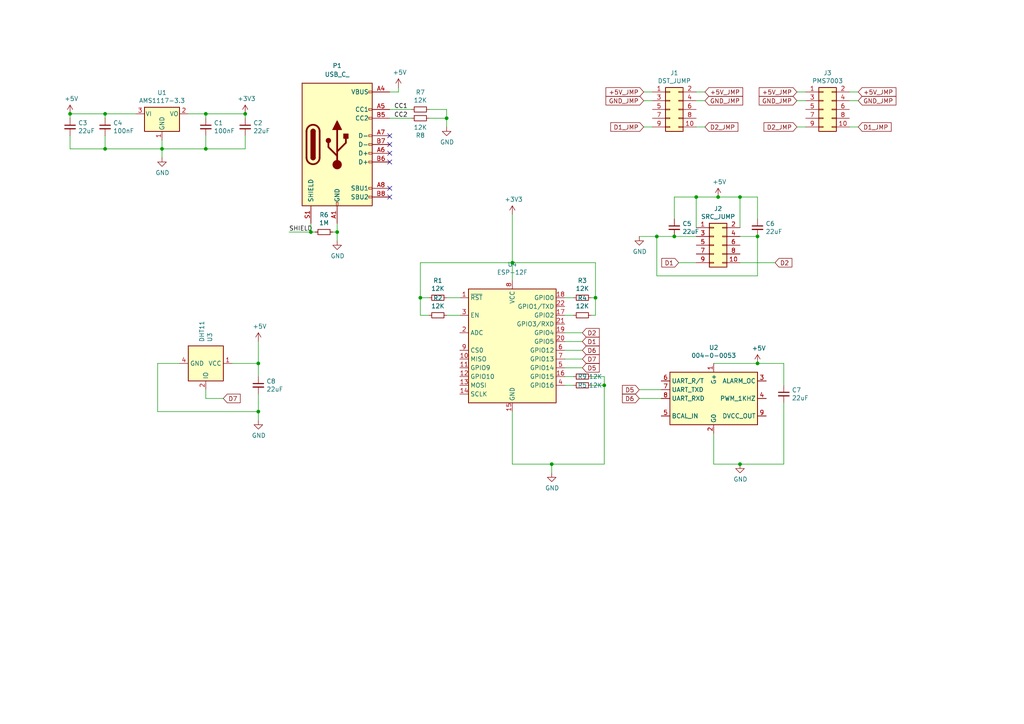
<source format=kicad_sch>
(kicad_sch (version 20211123) (generator eeschema)
  (paper "A4")
  (lib_symbols
    (symbol "Connector:USB_C_Receptacle_USB2.0" (pin_names (offset 1.016))
      (property "Reference" "J" (at -10.16 19.05 0))
      (property "Value" "USB_C_Receptacle_USB2.0" (at 19.05 19.05 0))
      (symbol "USB_C_Receptacle_USB2.0_0_0"
        (rectangle (start -0.254 -17.78) (end 0.254 -16.764))
        (rectangle (start 10.16 -14.986) (end 9.144 -15.494))
        (rectangle (start 10.16 -12.446) (end 9.144 -12.954))
        (rectangle (start 10.16 -4.826) (end 9.144 -5.334))
        (rectangle (start 10.16 -2.286) (end 9.144 -2.794))
        (rectangle (start 10.16 0.254) (end 9.144 -0.254))
        (rectangle (start 10.16 2.794) (end 9.144 2.286))
        (rectangle (start 10.16 7.874) (end 9.144 7.366))
        (rectangle (start 10.16 10.414) (end 9.144 9.906))
        (rectangle (start 10.16 15.494) (end 9.144 14.986))
      )
      (symbol "USB_C_Receptacle_USB2.0_0_1"
        (rectangle (start -10.16 17.78) (end 10.16 -17.78) (stroke (width 0.254)) (fill (type background)))
        (arc (start -8.89 -3.81) (mid -6.985 -5.715) (end -5.08 -3.81) (stroke (width 0.508)))
        (arc (start -7.62 -3.81) (mid -6.985 -4.445) (end -6.35 -3.81) (stroke (width 0.254)))
        (arc (start -7.62 -3.81) (mid -6.985 -4.445) (end -6.35 -3.81) (stroke (width 0.254)) (fill (type outline)))
        (rectangle (start -7.62 -3.81) (end -6.35 3.81) (stroke (width 0.254)) (fill (type outline)))
        (arc (start -6.35 3.81) (mid -6.985 4.445) (end -7.62 3.81) (stroke (width 0.254)))
        (arc (start -6.35 3.81) (mid -6.985 4.445) (end -7.62 3.81) (stroke (width 0.254)) (fill (type outline)))
        (arc (start -5.08 3.81) (mid -6.985 5.715) (end -8.89 3.81) (stroke (width 0.508)))
        (circle (center -2.54 1.143) (radius 0.635) (stroke (width 0.254)) (fill (type outline)))
        (circle (center 0 -5.842) (radius 1.27) (fill (type outline)))
        (polyline (pts (xy -8.89 -3.81) (xy -8.89 3.81)) (stroke (width 0.508)))
        (polyline (pts (xy -5.08 3.81) (xy -5.08 -3.81)) (stroke (width 0.508)))
        (polyline (pts (xy 0 -5.842) (xy 0 4.318)) (stroke (width 0.508)))
        (polyline (pts (xy 0 -3.302) (xy -2.54 -0.762) (xy -2.54 0.508)) (stroke (width 0.508)))
        (polyline (pts (xy 0 -2.032) (xy 2.54 0.508) (xy 2.54 1.778)) (stroke (width 0.508)))
        (polyline (pts (xy -1.27 4.318) (xy 0 6.858) (xy 1.27 4.318) (xy -1.27 4.318)) (stroke (width 0.254)) (fill (type outline)))
        (rectangle (start 1.905 1.778) (end 3.175 3.048) (stroke (width 0.254)) (fill (type outline)))
      )
      (symbol "USB_C_Receptacle_USB2.0_1_1"
        (pin passive line (at 0 -22.86 90) (length 5.08) (name "GND") (number "A1"))
        (pin passive line (at 0 -22.86 90) (length 5.08) hide (name "GND") (number "A12"))
        (pin passive line (at 15.24 15.24 180) (length 5.08) (name "VBUS") (number "A4"))
        (pin bidirectional line (at 15.24 10.16 180) (length 5.08) (name "CC1") (number "A5"))
        (pin bidirectional line (at 15.24 -2.54 180) (length 5.08) (name "D+") (number "A6"))
        (pin bidirectional line (at 15.24 2.54 180) (length 5.08) (name "D-") (number "A7"))
        (pin bidirectional line (at 15.24 -12.7 180) (length 5.08) (name "SBU1") (number "A8"))
        (pin passive line (at 15.24 15.24 180) (length 5.08) hide (name "VBUS") (number "A9"))
        (pin passive line (at 0 -22.86 90) (length 5.08) hide (name "GND") (number "B1"))
        (pin passive line (at 0 -22.86 90) (length 5.08) hide (name "GND") (number "B12"))
        (pin passive line (at 15.24 15.24 180) (length 5.08) hide (name "VBUS") (number "B4"))
        (pin bidirectional line (at 15.24 7.62 180) (length 5.08) (name "CC2") (number "B5"))
        (pin bidirectional line (at 15.24 -5.08 180) (length 5.08) (name "D+") (number "B6"))
        (pin bidirectional line (at 15.24 0 180) (length 5.08) (name "D-") (number "B7"))
        (pin bidirectional line (at 15.24 -15.24 180) (length 5.08) (name "SBU2") (number "B8"))
        (pin passive line (at 15.24 15.24 180) (length 5.08) hide (name "VBUS") (number "B9"))
        (pin passive line (at -7.62 -22.86 90) (length 5.08) (name "SHIELD") (number "S1"))
      )
    )
    (symbol "Connector_Generic:Conn_02x05_Odd_Even" (pin_names (offset 1.016) hide)
      (property "Reference" "J" (at 1.27 7.62 0))
      (property "Value" "Conn_02x05_Odd_Even" (at 1.27 -7.62 0))
      (symbol "Conn_02x05_Odd_Even_1_1"
        (rectangle (start -1.27 -4.953) (end 0 -5.207) (stroke (width 0.1524)))
        (rectangle (start -1.27 -2.413) (end 0 -2.667) (stroke (width 0.1524)))
        (rectangle (start -1.27 0.127) (end 0 -0.127) (stroke (width 0.1524)))
        (rectangle (start -1.27 2.667) (end 0 2.413) (stroke (width 0.1524)))
        (rectangle (start -1.27 5.207) (end 0 4.953) (stroke (width 0.1524)))
        (rectangle (start -1.27 6.35) (end 3.81 -6.35) (stroke (width 0.254)) (fill (type background)))
        (rectangle (start 3.81 -4.953) (end 2.54 -5.207) (stroke (width 0.1524)))
        (rectangle (start 3.81 -2.413) (end 2.54 -2.667) (stroke (width 0.1524)))
        (rectangle (start 3.81 0.127) (end 2.54 -0.127) (stroke (width 0.1524)))
        (rectangle (start 3.81 2.667) (end 2.54 2.413) (stroke (width 0.1524)))
        (rectangle (start 3.81 5.207) (end 2.54 4.953) (stroke (width 0.1524)))
        (pin passive line (at -5.08 5.08 0) (length 3.81) (name "Pin_1") (number "1"))
        (pin passive line (at 7.62 -5.08 180) (length 3.81) (name "Pin_10") (number "10"))
        (pin passive line (at 7.62 5.08 180) (length 3.81) (name "Pin_2") (number "2"))
        (pin passive line (at -5.08 2.54 0) (length 3.81) (name "Pin_3") (number "3"))
        (pin passive line (at 7.62 2.54 180) (length 3.81) (name "Pin_4") (number "4"))
        (pin passive line (at -5.08 0 0) (length 3.81) (name "Pin_5") (number "5"))
        (pin passive line (at 7.62 0 180) (length 3.81) (name "Pin_6") (number "6"))
        (pin passive line (at -5.08 -2.54 0) (length 3.81) (name "Pin_7") (number "7"))
        (pin passive line (at 7.62 -2.54 180) (length 3.81) (name "Pin_8") (number "8"))
        (pin passive line (at -5.08 -5.08 0) (length 3.81) (name "Pin_9") (number "9"))
      )
    )
    (symbol "Device:C_Small" (pin_numbers hide) (pin_names (offset 0.254) hide)
      (property "Reference" "C" (at 0.254 1.778 0))
      (property "Value" "C_Small" (at 0.254 -2.032 0))
      (symbol "C_Small_0_1"
        (polyline (pts (xy -1.524 -0.508) (xy 1.524 -0.508)) (stroke (width 0.3302)))
        (polyline (pts (xy -1.524 0.508) (xy 1.524 0.508)) (stroke (width 0.3048)))
      )
      (symbol "C_Small_1_1"
        (pin passive line (at 0 2.54 270) (length 2.032) (name "~") (number "1"))
        (pin passive line (at 0 -2.54 90) (length 2.032) (name "~") (number "2"))
      )
    )
    (symbol "Device:R_Small" (pin_numbers hide) (pin_names (offset 0.254) hide)
      (property "Reference" "R" (at 0.762 0.508 0))
      (property "Value" "R_Small" (at 0.762 -1.016 0))
      (symbol "R_Small_0_1"
        (rectangle (start -0.762 1.778) (end 0.762 -1.778) (stroke (width 0.2032)))
      )
      (symbol "R_Small_1_1"
        (pin passive line (at 0 2.54 270) (length 0.762) (name "~") (number "1"))
        (pin passive line (at 0 -2.54 90) (length 0.762) (name "~") (number "2"))
      )
    )
    (symbol "RF_Module:ESP-12F"
      (property "Reference" "U" (at -12.7 19.05 0))
      (property "Value" "ESP-12F" (at 12.7 19.05 0))
      (symbol "ESP-12F_0_1"
        (rectangle (start -12.7 17.78) (end 12.7 -15.24) (stroke (width 0.254)) (fill (type background)))
      )
      (symbol "ESP-12F_1_1"
        (pin input line (at -15.24 15.24 0) (length 2.54) (name "~{RST}") (number "1"))
        (pin bidirectional line (at -15.24 -2.54 0) (length 2.54) (name "MISO") (number "10"))
        (pin bidirectional line (at -15.24 -5.08 0) (length 2.54) (name "GPIO9") (number "11"))
        (pin bidirectional line (at -15.24 -7.62 0) (length 2.54) (name "GPIO10") (number "12"))
        (pin bidirectional line (at -15.24 -10.16 0) (length 2.54) (name "MOSI") (number "13"))
        (pin bidirectional line (at -15.24 -12.7 0) (length 2.54) (name "SCLK") (number "14"))
        (pin power_in line (at 0 -17.78 90) (length 2.54) (name "GND") (number "15"))
        (pin bidirectional line (at 15.24 -7.62 180) (length 2.54) (name "GPIO15") (number "16"))
        (pin bidirectional line (at 15.24 10.16 180) (length 2.54) (name "GPIO2") (number "17"))
        (pin bidirectional line (at 15.24 15.24 180) (length 2.54) (name "GPIO0") (number "18"))
        (pin bidirectional line (at 15.24 5.08 180) (length 2.54) (name "GPIO4") (number "19"))
        (pin input line (at -15.24 5.08 0) (length 2.54) (name "ADC") (number "2"))
        (pin bidirectional line (at 15.24 2.54 180) (length 2.54) (name "GPIO5") (number "20"))
        (pin bidirectional line (at 15.24 7.62 180) (length 2.54) (name "GPIO3/RXD") (number "21"))
        (pin bidirectional line (at 15.24 12.7 180) (length 2.54) (name "GPIO1/TXD") (number "22"))
        (pin input line (at -15.24 10.16 0) (length 2.54) (name "EN") (number "3"))
        (pin bidirectional line (at 15.24 -10.16 180) (length 2.54) (name "GPIO16") (number "4"))
        (pin bidirectional line (at 15.24 -5.08 180) (length 2.54) (name "GPIO14") (number "5"))
        (pin bidirectional line (at 15.24 0 180) (length 2.54) (name "GPIO12") (number "6"))
        (pin bidirectional line (at 15.24 -2.54 180) (length 2.54) (name "GPIO13") (number "7"))
        (pin power_in line (at 0 20.32 270) (length 2.54) (name "VCC") (number "8"))
        (pin input line (at -15.24 0 0) (length 2.54) (name "CS0") (number "9"))
      )
    )
    (symbol "Regulator_Linear:AMS1117-3.3" (pin_names (offset 0.254))
      (property "Reference" "U" (at -3.81 3.175 0))
      (property "Value" "AMS1117-3.3" (at 0 3.175 0))
      (symbol "AMS1117-3.3_0_1"
        (rectangle (start -5.08 -5.08) (end 5.08 1.905) (stroke (width 0.254)) (fill (type background)))
      )
      (symbol "AMS1117-3.3_1_1"
        (pin power_in line (at 0 -7.62 90) (length 2.54) (name "GND") (number "1"))
        (pin power_out line (at 7.62 0 180) (length 2.54) (name "VO") (number "2"))
        (pin power_in line (at -7.62 0 0) (length 2.54) (name "VI") (number "3"))
      )
    )
    (symbol "Sensor:DHT11"
      (property "Reference" "U" (at -3.81 6.35 0))
      (property "Value" "DHT11" (at 3.81 6.35 0))
      (symbol "DHT11_0_1"
        (rectangle (start -5.08 5.08) (end 5.08 -5.08) (stroke (width 0.254)) (fill (type background)))
      )
      (symbol "DHT11_1_1"
        (pin power_in line (at 0 7.62 270) (length 2.54) (name "VCC") (number "1"))
        (pin bidirectional line (at 7.62 0 180) (length 2.54) (name "IO") (number "2"))
        (pin no_connect line (at -5.08 0 0) (length 2.54) hide (name "NC") (number "3"))
        (pin power_in line (at 0 -7.62 90) (length 2.54) (name "GND") (number "4"))
      )
    )
    (symbol "Sensor_gas_git:004-0-0053"
      (property "Reference" "U" (at -11.43 8.89 0))
      (property "Value" "Sensor_gas_git_004-0-0053" (at 7.62 8.89 0))
      (symbol "004-0-0053_0_1"
        (rectangle (start -12.7 7.62) (end 12.7 -7.62) (stroke (width 0.254)) (fill (type background)))
      )
      (symbol "004-0-0053_1_1"
        (pin power_in line (at 0 10.16 270) (length 2.54) (name "G+") (number "1"))
        (pin power_in line (at 0 -10.16 90) (length 2.54) (name "G0") (number "2"))
        (pin open_collector line (at 15.24 5.08 180) (length 2.54) (name "ALARM_OC") (number "3"))
        (pin output line (at 15.24 0 180) (length 2.54) (name "PWM_1KHZ") (number "4"))
        (pin input line (at -15.24 -5.08 0) (length 2.54) (name "BCAL_IN") (number "5"))
        (pin output line (at -15.24 5.08 0) (length 2.54) (name "UART_R/T") (number "6"))
        (pin output line (at -15.24 2.54 0) (length 2.54) (name "UART_TXD") (number "7"))
        (pin input line (at -15.24 0 0) (length 2.54) (name "UART_RXD") (number "8"))
        (pin power_out line (at 15.24 -5.08 180) (length 2.54) (name "DVCC_OUT") (number "9"))
      )
    )
    (symbol "power:+3.3V" (power) (pin_names (offset 0))
      (property "Value" "+3.3V" (at 0 3.556 0))
      (symbol "+3.3V_0_1"
        (polyline (pts (xy -0.762 1.27) (xy 0 2.54)))
        (polyline (pts (xy 0 0) (xy 0 2.54)))
        (polyline (pts (xy 0 2.54) (xy 0.762 1.27)))
      )
      (symbol "+3.3V_1_1"
        (pin power_in line (at 0 0 90) (length 0) hide (name "+3V3") (number "1"))
      )
    )
    (symbol "power:+5V" (power) (pin_names (offset 0))
      (property "Value" "+5V" (at 0 3.556 0))
      (symbol "+5V_0_1"
        (polyline (pts (xy -0.762 1.27) (xy 0 2.54)))
        (polyline (pts (xy 0 0) (xy 0 2.54)))
        (polyline (pts (xy 0 2.54) (xy 0.762 1.27)))
      )
      (symbol "+5V_1_1"
        (pin power_in line (at 0 0 90) (length 0) hide (name "+5V") (number "1"))
      )
    )
    (symbol "power:GND" (power) (pin_names (offset 0))
      (property "Value" "GND" (at 0 -3.81 0))
      (symbol "GND_0_1"
        (polyline (pts (xy 0 0) (xy 0 -1.27) (xy 1.27 -1.27) (xy 0 -2.54) (xy -1.27 -1.27) (xy 0 -1.27)))
      )
      (symbol "GND_1_1"
        (pin power_in line (at 0 0 270) (length 0) hide (name "GND") (number "1"))
      )
    )
  )
  (junction (at 30.48 43.18))
  (junction (at 214.63 134.62))
  (junction (at 20.32 33.02))
  (junction (at 175.26 111.76))
  (junction (at 201.93 57.15))
  (junction (at 59.69 33.02))
  (junction (at 74.93 105.41))
  (junction (at 121.92 86.36))
  (junction (at 97.79 67.31))
  (junction (at 46.99 43.18))
  (junction (at 214.63 57.15))
  (junction (at 219.71 68.58))
  (junction (at 219.71 105.41))
  (junction (at 129.54 34.29))
  (junction (at 195.58 68.58))
  (junction (at 172.72 86.36))
  (junction (at 90.17 67.31))
  (junction (at 160.02 134.62))
  (junction (at 59.69 43.18))
  (junction (at 148.59 76.2))
  (junction (at 74.93 119.38))
  (junction (at 190.5 68.58))
  (junction (at 71.12 33.02))
  (junction (at 30.48 33.02))
  (junction (at 208.28 57.15))
  (no_connect (at 113.03 44.45))
  (no_connect (at 113.03 46.99))
  (no_connect (at 113.03 54.61))
  (no_connect (at 113.03 39.37))
  (no_connect (at 113.03 57.15))
  (no_connect (at 113.03 41.91))
  (wire (pts (xy 20.32 34.29) (xy 20.32 33.02)))
  (wire (pts (xy 163.83 86.36) (xy 166.37 86.36)))
  (wire (pts (xy 201.93 36.83) (xy 204.47 36.83)))
  (wire (pts (xy 129.54 31.75) (xy 129.54 34.29)))
  (wire (pts (xy 201.93 29.21) (xy 204.47 29.21)))
  (wire (pts (xy 219.71 63.5) (xy 219.71 57.15)))
  (wire (pts (xy 163.83 91.44) (xy 166.37 91.44)))
  (wire (pts (xy 46.99 43.18) (xy 46.99 45.72)))
  (wire (pts (xy 74.93 119.38) (xy 74.93 121.92)))
  (wire (pts (xy 175.26 109.22) (xy 175.26 111.76)))
  (wire (pts (xy 172.72 76.2) (xy 148.59 76.2)))
  (wire (pts (xy 160.02 134.62) (xy 148.59 134.62)))
  (wire (pts (xy 97.79 67.31) (xy 97.79 69.85)))
  (wire (pts (xy 171.45 86.36) (xy 172.72 86.36)))
  (wire (pts (xy 148.59 62.23) (xy 148.59 76.2)))
  (wire (pts (xy 172.72 91.44) (xy 172.72 86.36)))
  (wire (pts (xy 201.93 76.2) (xy 196.85 76.2)))
  (wire (pts (xy 189.23 29.21) (xy 186.69 29.21)))
  (wire (pts (xy 190.5 68.58) (xy 185.42 68.58)))
  (wire (pts (xy 246.38 29.21) (xy 248.92 29.21)))
  (wire (pts (xy 59.69 115.57) (xy 64.77 115.57)))
  (wire (pts (xy 20.32 33.02) (xy 30.48 33.02)))
  (wire (pts (xy 214.63 134.62) (xy 227.33 134.62)))
  (wire (pts (xy 163.83 99.06) (xy 168.91 99.06)))
  (wire (pts (xy 148.59 76.2) (xy 148.59 81.28)))
  (wire (pts (xy 45.72 105.41) (xy 45.72 119.38)))
  (wire (pts (xy 45.72 119.38) (xy 74.93 119.38)))
  (wire (pts (xy 30.48 33.02) (xy 39.37 33.02)))
  (wire (pts (xy 207.01 105.41) (xy 219.71 105.41)))
  (wire (pts (xy 74.93 105.41) (xy 74.93 109.22)))
  (wire (pts (xy 186.69 36.83) (xy 189.23 36.83)))
  (wire (pts (xy 201.93 68.58) (xy 195.58 68.58)))
  (wire (pts (xy 171.45 111.76) (xy 175.26 111.76)))
  (wire (pts (xy 160.02 134.62) (xy 175.26 134.62)))
  (wire (pts (xy 163.83 109.22) (xy 166.37 109.22)))
  (wire (pts (xy 195.58 68.58) (xy 190.5 68.58)))
  (wire (pts (xy 186.69 26.67) (xy 189.23 26.67)))
  (wire (pts (xy 30.48 34.29) (xy 30.48 33.02)))
  (wire (pts (xy 231.14 26.67) (xy 233.68 26.67)))
  (wire (pts (xy 83.82 67.31) (xy 90.17 67.31)))
  (wire (pts (xy 121.92 86.36) (xy 121.92 76.2)))
  (wire (pts (xy 246.38 36.83) (xy 248.92 36.83)))
  (wire (pts (xy 214.63 66.04) (xy 214.63 57.15)))
  (wire (pts (xy 168.91 104.14) (xy 163.83 104.14)))
  (wire (pts (xy 171.45 91.44) (xy 172.72 91.44)))
  (wire (pts (xy 231.14 36.83) (xy 233.68 36.83)))
  (wire (pts (xy 129.54 34.29) (xy 129.54 36.83)))
  (wire (pts (xy 207.01 125.73) (xy 207.01 134.62)))
  (wire (pts (xy 185.42 113.03) (xy 191.77 113.03)))
  (wire (pts (xy 175.26 111.76) (xy 175.26 134.62)))
  (wire (pts (xy 207.01 134.62) (xy 214.63 134.62)))
  (wire (pts (xy 246.38 26.67) (xy 248.92 26.67)))
  (wire (pts (xy 71.12 43.18) (xy 59.69 43.18)))
  (wire (pts (xy 71.12 33.02) (xy 59.69 33.02)))
  (wire (pts (xy 201.93 66.04) (xy 201.93 57.15)))
  (wire (pts (xy 208.28 57.15) (xy 201.93 57.15)))
  (wire (pts (xy 121.92 91.44) (xy 121.92 86.36)))
  (wire (pts (xy 185.42 115.57) (xy 191.77 115.57)))
  (wire (pts (xy 59.69 43.18) (xy 46.99 43.18)))
  (wire (pts (xy 168.91 106.68) (xy 163.83 106.68)))
  (wire (pts (xy 54.61 33.02) (xy 59.69 33.02)))
  (wire (pts (xy 74.93 105.41) (xy 67.31 105.41)))
  (wire (pts (xy 190.5 80.01) (xy 190.5 68.58)))
  (wire (pts (xy 59.69 113.03) (xy 59.69 115.57)))
  (wire (pts (xy 97.79 64.77) (xy 97.79 67.31)))
  (wire (pts (xy 91.44 67.31) (xy 90.17 67.31)))
  (wire (pts (xy 171.45 109.22) (xy 175.26 109.22)))
  (wire (pts (xy 219.71 57.15) (xy 214.63 57.15)))
  (wire (pts (xy 90.17 67.31) (xy 90.17 64.77)))
  (wire (pts (xy 30.48 43.18) (xy 46.99 43.18)))
  (wire (pts (xy 133.35 86.36) (xy 129.54 86.36)))
  (wire (pts (xy 201.93 26.67) (xy 204.47 26.67)))
  (wire (pts (xy 59.69 33.02) (xy 59.69 34.29)))
  (wire (pts (xy 160.02 134.62) (xy 160.02 137.16)))
  (wire (pts (xy 45.72 105.41) (xy 52.07 105.41)))
  (wire (pts (xy 214.63 68.58) (xy 219.71 68.58)))
  (wire (pts (xy 124.46 34.29) (xy 129.54 34.29)))
  (wire (pts (xy 20.32 43.18) (xy 30.48 43.18)))
  (wire (pts (xy 219.71 68.58) (xy 219.71 80.01)))
  (wire (pts (xy 129.54 91.44) (xy 133.35 91.44)))
  (wire (pts (xy 148.59 119.38) (xy 148.59 134.62)))
  (wire (pts (xy 124.46 31.75) (xy 129.54 31.75)))
  (wire (pts (xy 201.93 57.15) (xy 195.58 57.15)))
  (wire (pts (xy 20.32 39.37) (xy 20.32 43.18)))
  (wire (pts (xy 59.69 39.37) (xy 59.69 43.18)))
  (wire (pts (xy 46.99 43.18) (xy 46.99 40.64)))
  (wire (pts (xy 214.63 76.2) (xy 224.79 76.2)))
  (wire (pts (xy 124.46 86.36) (xy 121.92 86.36)))
  (wire (pts (xy 121.92 76.2) (xy 148.59 76.2)))
  (wire (pts (xy 227.33 111.76) (xy 227.33 105.41)))
  (wire (pts (xy 163.83 96.52) (xy 168.91 96.52)))
  (wire (pts (xy 195.58 63.5) (xy 195.58 57.15)))
  (wire (pts (xy 214.63 57.15) (xy 208.28 57.15)))
  (wire (pts (xy 163.83 101.6) (xy 168.91 101.6)))
  (wire (pts (xy 96.52 67.31) (xy 97.79 67.31)))
  (wire (pts (xy 113.03 31.75) (xy 119.38 31.75)))
  (wire (pts (xy 163.83 111.76) (xy 166.37 111.76)))
  (wire (pts (xy 30.48 39.37) (xy 30.48 43.18)))
  (wire (pts (xy 74.93 114.3) (xy 74.93 119.38)))
  (wire (pts (xy 219.71 80.01) (xy 190.5 80.01)))
  (wire (pts (xy 227.33 116.84) (xy 227.33 134.62)))
  (wire (pts (xy 113.03 34.29) (xy 119.38 34.29)))
  (wire (pts (xy 71.12 34.29) (xy 71.12 33.02)))
  (wire (pts (xy 113.03 26.67) (xy 115.57 26.67)))
  (wire (pts (xy 115.57 26.67) (xy 115.57 25.4)))
  (wire (pts (xy 219.71 105.41) (xy 227.33 105.41)))
  (wire (pts (xy 172.72 86.36) (xy 172.72 76.2)))
  (wire (pts (xy 74.93 99.06) (xy 74.93 105.41)))
  (wire (pts (xy 124.46 91.44) (xy 121.92 91.44)))
  (wire (pts (xy 231.14 29.21) (xy 233.68 29.21)))
  (wire (pts (xy 71.12 39.37) (xy 71.12 43.18)))
  (label "CC1" (at 114.3 31.75 0))
  (label "SHIELD" (at 83.82 67.31 0))
  (label "CC2" (at 114.3 34.29 0))
  (global_label "GND_JMP" (shape input) (at 204.47 29.21 0) (property "Intersheet References" "${INTERSHEET_REFS}" (effects hide)))
  (global_label "+5V_JMP" (shape input) (at 231.14 26.67 180) (property "Intersheet References" "${INTERSHEET_REFS}" (effects hide)))
  (global_label "D1_JMP" (shape input) (at 186.69 36.83 180) (property "Intersheet References" "${INTERSHEET_REFS}" (effects hide)))
  (global_label "D7" (shape input) (at 168.91 104.14 0) (property "Intersheet References" "${INTERSHEET_REFS}" (effects hide)))
  (global_label "D1" (shape input) (at 196.85 76.2 180) (property "Intersheet References" "${INTERSHEET_REFS}" (effects hide)))
  (global_label "D2" (shape input) (at 224.79 76.2 0) (property "Intersheet References" "${INTERSHEET_REFS}" (effects hide)))
  (global_label "D7" (shape input) (at 64.77 115.57 0) (property "Intersheet References" "${INTERSHEET_REFS}" (effects hide)))
  (global_label "D5" (shape input) (at 185.42 113.03 180) (property "Intersheet References" "${INTERSHEET_REFS}" (effects hide)))
  (global_label "D6" (shape input) (at 185.42 115.57 180) (property "Intersheet References" "${INTERSHEET_REFS}" (effects hide)))
  (global_label "GND_JMP" (shape input) (at 231.14 29.21 180) (property "Intersheet References" "${INTERSHEET_REFS}" (effects hide)))
  (global_label "D6" (shape input) (at 168.91 101.6 0) (property "Intersheet References" "${INTERSHEET_REFS}" (effects hide)))
  (global_label "D5" (shape input) (at 168.91 106.68 0) (property "Intersheet References" "${INTERSHEET_REFS}" (effects hide)))
  (global_label "+5V_JMP" (shape input) (at 186.69 26.67 180) (property "Intersheet References" "${INTERSHEET_REFS}" (effects hide)))
  (global_label "D2_JMP" (shape input) (at 204.47 36.83 0) (property "Intersheet References" "${INTERSHEET_REFS}" (effects hide)))
  (global_label "D1_JMP" (shape input) (at 248.92 36.83 0) (property "Intersheet References" "${INTERSHEET_REFS}" (effects hide)))
  (global_label "+5V_JMP" (shape input) (at 248.92 26.67 0) (property "Intersheet References" "${INTERSHEET_REFS}" (effects hide)))
  (global_label "+5V_JMP" (shape input) (at 204.47 26.67 0) (property "Intersheet References" "${INTERSHEET_REFS}" (effects hide)))
  (global_label "GND_JMP" (shape input) (at 186.69 29.21 180) (property "Intersheet References" "${INTERSHEET_REFS}" (effects hide)))
  (global_label "D1" (shape input) (at 168.91 99.06 0) (property "Intersheet References" "${INTERSHEET_REFS}" (effects hide)))
  (global_label "D2_JMP" (shape input) (at 231.14 36.83 180) (property "Intersheet References" "${INTERSHEET_REFS}" (effects hide)))
  (global_label "GND_JMP" (shape input) (at 248.92 29.21 0) (property "Intersheet References" "${INTERSHEET_REFS}" (effects hide)))
  (global_label "D2" (shape input) (at 168.91 96.52 0) (property "Intersheet References" "${INTERSHEET_REFS}" (effects hide)))
  (symbol (lib_id "Sensor:DHT11") (at 59.69 105.41 270) (unit 1)
    (property "Reference" "U3" (at 60.8584 99.2124 0) (effects (justify right)))
    (property "Value" "DHT11" (at 58.547 99.2124 0) (effects (justify right)))
    (property "Footprint" "Sensor:Aosong_DHT11_5.5x12.0_P2.54mm" (effects hide))
    (property "Datasheet" "http://akizukidenshi.com/download/ds/aosong/DHT11.pdf" (effects hide))
  )
  (symbol (lib_id "Sensor_gas_git:004-0-0053") (at 207.01 115.57 0) (unit 1)
    (property "Reference" "U2" (at 207.01 100.8126 0))
    (property "Value" "004-0-0053" (at 207.01 103.124 0))
    (property "Footprint" "sensor:Senseair_S8_Up" (effects hide))
    (property "Datasheet" "https://rmtplusstoragesenseair.blob.core.windows.net/docs/publicerat/PSP126.pdf" (effects hide))
  )
  (symbol (lib_id "power:GND") (at 160.02 137.16 0) (unit 1)
    (property "Reference" "#PWR0102" (effects hide))
    (property "Value" "GND" (at 160.147 141.5542 0))
  )
  (symbol (lib_id "Connector_Generic:Conn_02x05_Odd_Even") (at 207.01 71.12 0) (unit 1)
    (property "Reference" "J2" (at 208.28 60.5282 0))
    (property "Value" "SRC_JUMP" (at 208.28 62.8396 0))
    (property "Footprint" "Connector_PinHeader_2.54mm:PinHeader_2x05_P2.54mm_Vertical" (effects hide))
  )
  (symbol (lib_id "RF_Module:ESP-12F") (at 148.59 101.6 0) (unit 1)
    (property "Reference" "U4" (at 148.59 76.6826 0))
    (property "Value" "ESP-12F" (at 148.59 78.994 0))
    (property "Footprint" "RF_Module:ESP-12E" (effects hide))
    (property "Datasheet" "http://wiki.ai-thinker.com/_media/esp8266/esp8266_series_modules_user_manual_v1.1.pdf" (effects hide))
  )
  (symbol (lib_id "Regulator_Linear:AMS1117-3.3") (at 46.99 33.02 0) (unit 1)
    (property "Reference" "U1" (at 46.99 26.8732 0))
    (property "Value" "AMS1117-3.3" (at 46.99 29.1846 0))
    (property "Footprint" "Package_TO_SOT_SMD:SOT-223-3_TabPin2" (effects hide))
    (property "Datasheet" "http://www.advanced-monolithic.com/pdf/ds1117.pdf" (effects hide))
  )
  (symbol (lib_id "Device:C_Small") (at 59.69 36.83 0) (unit 1)
    (property "Reference" "C1" (at 62.0268 35.6616 0) (effects (justify left)))
    (property "Value" "100nF" (at 62.0268 37.973 0) (effects (justify left)))
    (property "Footprint" "Capacitor_SMD:C_0805_2012Metric_Pad1.18x1.45mm_HandSolder" (effects hide))
  )
  (symbol (lib_id "Device:C_Small") (at 71.12 36.83 0) (unit 1)
    (property "Reference" "C2" (at 73.4568 35.6616 0) (effects (justify left)))
    (property "Value" "22uF" (at 73.4568 37.973 0) (effects (justify left)))
    (property "Footprint" "Capacitor_SMD:C_0805_2012Metric_Pad1.18x1.45mm_HandSolder" (effects hide))
  )
  (symbol (lib_id "Device:C_Small") (at 20.32 36.83 0) (unit 1)
    (property "Reference" "C3" (at 22.6568 35.6616 0) (effects (justify left)))
    (property "Value" "22uF" (at 22.6568 37.973 0) (effects (justify left)))
    (property "Footprint" "Capacitor_SMD:C_0805_2012Metric_Pad1.18x1.45mm_HandSolder" (effects hide))
  )
  (symbol (lib_id "Device:C_Small") (at 30.48 36.83 0) (unit 1)
    (property "Reference" "C4" (at 32.8168 35.6616 0) (effects (justify left)))
    (property "Value" "100nF" (at 32.8168 37.973 0) (effects (justify left)))
    (property "Footprint" "Capacitor_SMD:C_0805_2012Metric_Pad1.18x1.45mm_HandSolder" (effects hide))
  )
  (symbol (lib_id "Device:R_Small") (at 168.91 86.36 270) (unit 1)
    (property "Reference" "R3" (at 168.91 81.3816 90))
    (property "Value" "12K" (at 168.91 83.693 90))
    (property "Footprint" "Resistor_SMD:R_0805_2012Metric_Pad1.20x1.40mm_HandSolder" (effects hide))
  )
  (symbol (lib_id "Device:R_Small") (at 168.91 91.44 270) (unit 1)
    (property "Reference" "R4" (at 168.91 86.4616 90))
    (property "Value" "12K" (at 168.91 88.773 90))
    (property "Footprint" "Resistor_SMD:R_0805_2012Metric_Pad1.20x1.40mm_HandSolder" (effects hide))
  )
  (symbol (lib_id "Device:R_Small") (at 127 86.36 270) (unit 1)
    (property "Reference" "R1" (at 127 81.3816 90))
    (property "Value" "12K" (at 127 83.693 90))
    (property "Footprint" "Resistor_SMD:R_0805_2012Metric_Pad1.20x1.40mm_HandSolder" (effects hide))
  )
  (symbol (lib_id "Device:R_Small") (at 127 91.44 270) (unit 1)
    (property "Reference" "R2" (at 127 86.4616 90))
    (property "Value" "12K" (at 127 88.773 90))
    (property "Footprint" "Resistor_SMD:R_0805_2012Metric_Pad1.20x1.40mm_HandSolder" (effects hide))
  )
  (symbol (lib_id "Device:R_Small") (at 168.91 111.76 270) (unit 1)
    (property "Reference" "R5" (at 168.91 111.76 90))
    (property "Value" "12K" (at 172.72 111.76 90))
    (property "Footprint" "Resistor_SMD:R_0805_2012Metric_Pad1.20x1.40mm_HandSolder" (effects hide))
  )
  (symbol (lib_id "Device:C_Small") (at 219.71 66.04 0) (unit 1)
    (property "Reference" "C6" (at 222.0468 64.8716 0) (effects (justify left)))
    (property "Value" "22uF" (at 222.0468 67.183 0) (effects (justify left)))
    (property "Footprint" "Capacitor_SMD:C_0805_2012Metric_Pad1.18x1.45mm_HandSolder" (effects hide))
  )
  (symbol (lib_id "Device:C_Small") (at 195.58 66.04 0) (unit 1)
    (property "Reference" "C5" (at 197.9168 64.8716 0) (effects (justify left)))
    (property "Value" "22uF" (at 197.9168 67.183 0) (effects (justify left)))
    (property "Footprint" "Capacitor_SMD:C_0805_2012Metric_Pad1.18x1.45mm_HandSolder" (effects hide))
  )
  (symbol (lib_id "Device:C_Small") (at 74.93 111.76 0) (unit 1)
    (property "Reference" "C8" (at 77.2668 110.5916 0) (effects (justify left)))
    (property "Value" "22uF" (at 77.2668 112.903 0) (effects (justify left)))
    (property "Footprint" "Capacitor_SMD:C_0805_2012Metric_Pad1.18x1.45mm_HandSolder" (effects hide))
  )
  (symbol (lib_id "Device:C_Small") (at 227.33 114.3 0) (unit 1)
    (property "Reference" "C7" (at 229.6668 113.1316 0) (effects (justify left)))
    (property "Value" "22uF" (at 229.6668 115.443 0) (effects (justify left)))
    (property "Footprint" "Capacitor_SMD:C_0805_2012Metric_Pad1.18x1.45mm_HandSolder" (effects hide))
  )
  (symbol (lib_id "power:+3.3V") (at 148.59 62.23 0) (unit 1)
    (property "Reference" "#PWR0105" (effects hide))
    (property "Value" "+3.3V" (at 148.971 57.8358 0))
  )
  (symbol (lib_id "power:GND") (at 46.99 45.72 0) (unit 1)
    (property "Reference" "#PWR0106" (effects hide))
    (property "Value" "GND" (at 47.117 50.1142 0))
  )
  (symbol (lib_id "power:+5V") (at 20.32 33.02 0) (unit 1)
    (property "Reference" "#PWR0107" (effects hide))
    (property "Value" "+5V" (at 20.701 28.6258 0))
  )
  (symbol (lib_id "power:+3.3V") (at 71.12 33.02 0) (unit 1)
    (property "Reference" "#PWR0108" (effects hide))
    (property "Value" "+3.3V" (at 71.501 28.6258 0))
  )
  (symbol (lib_id "power:GND") (at 185.42 68.58 0) (unit 1)
    (property "Reference" "#PWR0111" (effects hide))
    (property "Value" "GND" (at 185.547 72.9742 0))
  )
  (symbol (lib_id "power:+5V") (at 208.28 57.15 0) (unit 1)
    (property "Reference" "#PWR0112" (effects hide))
    (property "Value" "+5V" (at 208.661 52.7558 0))
  )
  (symbol (lib_id "power:+5V") (at 219.71 105.41 0) (unit 1)
    (property "Reference" "#PWR0110" (effects hide))
    (property "Value" "+5V" (at 220.091 101.0158 0))
  )
  (symbol (lib_id "power:+5V") (at 74.93 99.06 0) (unit 1)
    (property "Reference" "#PWR0114" (effects hide))
    (property "Value" "+5V" (at 75.311 94.6658 0))
  )
  (symbol (lib_id "power:GND") (at 214.63 134.62 0) (unit 1)
    (property "Reference" "#PWR0109" (effects hide))
    (property "Value" "GND" (at 214.757 139.0142 0))
  )
  (symbol (lib_id "power:GND") (at 74.93 121.92 0) (unit 1)
    (property "Reference" "#PWR0113" (effects hide))
    (property "Value" "GND" (at 75.057 126.3142 0))
  )
  (symbol (lib_id "power:GND") (at 97.79 69.85 0) (unit 1)
    (property "Reference" "#PWR0101" (effects hide))
    (property "Value" "GND" (at 97.917 74.2442 0))
  )
  (symbol (lib_id "Device:R_Small") (at 93.98 67.31 270) (unit 1)
    (property "Reference" "R6" (at 93.98 62.3316 90))
    (property "Value" "1M" (at 93.98 64.643 90))
    (property "Footprint" "Resistor_SMD:R_0805_2012Metric_Pad1.20x1.40mm_HandSolder" (effects hide))
  )
  (symbol (lib_id "Connector_Generic:Conn_02x05_Odd_Even") (at 194.31 31.75 0) (unit 1)
    (property "Reference" "J1" (at 195.58 21.1582 0))
    (property "Value" "DST_JUMP" (at 195.58 23.4696 0))
    (property "Footprint" "Connector_PinHeader_2.54mm:PinHeader_2x05_P2.54mm_Vertical" (effects hide))
  )
  (symbol (lib_id "power:GND") (at 129.54 36.83 0) (unit 1)
    (property "Reference" "#PWR0104" (effects hide))
    (property "Value" "GND" (at 129.667 41.2242 0))
  )
  (symbol (lib_id "Device:R_Small") (at 121.92 31.75 270) (unit 1)
    (property "Reference" "R7" (at 121.92 26.7716 90))
    (property "Value" "12K" (at 121.92 29.083 90))
    (property "Footprint" "Resistor_SMD:R_0805_2012Metric_Pad1.20x1.40mm_HandSolder" (effects hide))
  )
  (symbol (lib_id "Device:R_Small") (at 168.91 109.22 270) (unit 1)
    (property "Reference" "R9" (at 168.91 109.22 90))
    (property "Value" "12K" (at 172.72 109.22 90))
    (property "Footprint" "Resistor_SMD:R_0805_2012Metric_Pad1.20x1.40mm_HandSolder" (effects hide))
  )
  (symbol (lib_id "Connector_Generic:Conn_02x05_Odd_Even") (at 238.76 31.75 0) (unit 1)
    (property "Reference" "J3" (at 240.03 21.1582 0))
    (property "Value" "PMS7003" (at 240.03 23.4696 0))
    (property "Footprint" "Connector_PinSocket_1.27mm:PinSocket_2x05_P1.27mm_Vertical" (effects hide))
  )
  (symbol (lib_id "Connector:USB_C_Receptacle_USB2.0") (at 97.79 41.91 0) (unit 1)
    (property "Reference" "P1" (at 97.79 19.05 0))
    (property "Value" "USB_C_" (at 97.79 21.59 0))
    (property "Footprint" "lib:TYPE-C-31-M-17_handsolder" (effects hide))
    (property "Datasheet" "https://www.usb.org/sites/default/files/documents/usb_type-c.zip" (effects hide))
  )
  (symbol (lib_id "power:+5V") (at 115.57 25.4 0) (unit 1)
    (property "Reference" "#PWR0103" (effects hide))
    (property "Value" "+5V" (at 115.951 21.0058 0))
  )
  (symbol (lib_id "Device:R_Small") (at 121.92 34.29 90) (unit 1)
    (property "Reference" "R8" (at 121.92 39.2684 90))
    (property "Value" "12K" (at 121.92 36.957 90))
    (property "Footprint" "Resistor_SMD:R_0805_2012Metric_Pad1.20x1.40mm_HandSolder" (effects hide))
  )
)
</source>
